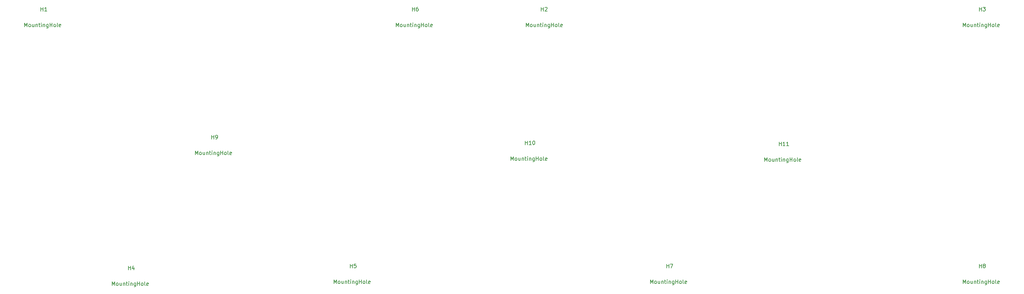
<source format=gbr>
G04 #@! TF.GenerationSoftware,KiCad,Pcbnew,(5.1.4)-1*
G04 #@! TF.CreationDate,2020-09-09T00:44:47+02:00*
G04 #@! TF.ProjectId,JCM800,4a434d38-3030-42e6-9b69-6361645f7063,0.2*
G04 #@! TF.SameCoordinates,Original*
G04 #@! TF.FileFunction,Other,Fab,Top*
%FSLAX46Y46*%
G04 Gerber Fmt 4.6, Leading zero omitted, Abs format (unit mm)*
G04 Created by KiCad (PCBNEW (5.1.4)-1) date 2020-09-09 00:44:47*
%MOMM*%
%LPD*%
G04 APERTURE LIST*
%ADD10C,0.150000*%
G04 APERTURE END LIST*
D10*
X185206285Y-130382380D02*
X185206285Y-129382380D01*
X185539619Y-130096666D01*
X185872952Y-129382380D01*
X185872952Y-130382380D01*
X186492000Y-130382380D02*
X186396761Y-130334761D01*
X186349142Y-130287142D01*
X186301523Y-130191904D01*
X186301523Y-129906190D01*
X186349142Y-129810952D01*
X186396761Y-129763333D01*
X186492000Y-129715714D01*
X186634857Y-129715714D01*
X186730095Y-129763333D01*
X186777714Y-129810952D01*
X186825333Y-129906190D01*
X186825333Y-130191904D01*
X186777714Y-130287142D01*
X186730095Y-130334761D01*
X186634857Y-130382380D01*
X186492000Y-130382380D01*
X187682476Y-129715714D02*
X187682476Y-130382380D01*
X187253904Y-129715714D02*
X187253904Y-130239523D01*
X187301523Y-130334761D01*
X187396761Y-130382380D01*
X187539619Y-130382380D01*
X187634857Y-130334761D01*
X187682476Y-130287142D01*
X188158666Y-129715714D02*
X188158666Y-130382380D01*
X188158666Y-129810952D02*
X188206285Y-129763333D01*
X188301523Y-129715714D01*
X188444380Y-129715714D01*
X188539619Y-129763333D01*
X188587238Y-129858571D01*
X188587238Y-130382380D01*
X188920571Y-129715714D02*
X189301523Y-129715714D01*
X189063428Y-129382380D02*
X189063428Y-130239523D01*
X189111047Y-130334761D01*
X189206285Y-130382380D01*
X189301523Y-130382380D01*
X189634857Y-130382380D02*
X189634857Y-129715714D01*
X189634857Y-129382380D02*
X189587238Y-129430000D01*
X189634857Y-129477619D01*
X189682476Y-129430000D01*
X189634857Y-129382380D01*
X189634857Y-129477619D01*
X190111047Y-129715714D02*
X190111047Y-130382380D01*
X190111047Y-129810952D02*
X190158666Y-129763333D01*
X190253904Y-129715714D01*
X190396761Y-129715714D01*
X190492000Y-129763333D01*
X190539619Y-129858571D01*
X190539619Y-130382380D01*
X191444380Y-129715714D02*
X191444380Y-130525238D01*
X191396761Y-130620476D01*
X191349142Y-130668095D01*
X191253904Y-130715714D01*
X191111047Y-130715714D01*
X191015809Y-130668095D01*
X191444380Y-130334761D02*
X191349142Y-130382380D01*
X191158666Y-130382380D01*
X191063428Y-130334761D01*
X191015809Y-130287142D01*
X190968190Y-130191904D01*
X190968190Y-129906190D01*
X191015809Y-129810952D01*
X191063428Y-129763333D01*
X191158666Y-129715714D01*
X191349142Y-129715714D01*
X191444380Y-129763333D01*
X191920571Y-130382380D02*
X191920571Y-129382380D01*
X191920571Y-129858571D02*
X192492000Y-129858571D01*
X192492000Y-130382380D02*
X192492000Y-129382380D01*
X193111047Y-130382380D02*
X193015809Y-130334761D01*
X192968190Y-130287142D01*
X192920571Y-130191904D01*
X192920571Y-129906190D01*
X192968190Y-129810952D01*
X193015809Y-129763333D01*
X193111047Y-129715714D01*
X193253904Y-129715714D01*
X193349142Y-129763333D01*
X193396761Y-129810952D01*
X193444380Y-129906190D01*
X193444380Y-130191904D01*
X193396761Y-130287142D01*
X193349142Y-130334761D01*
X193253904Y-130382380D01*
X193111047Y-130382380D01*
X194015809Y-130382380D02*
X193920571Y-130334761D01*
X193872952Y-130239523D01*
X193872952Y-129382380D01*
X194777714Y-130334761D02*
X194682476Y-130382380D01*
X194492000Y-130382380D01*
X194396761Y-130334761D01*
X194349142Y-130239523D01*
X194349142Y-129858571D01*
X194396761Y-129763333D01*
X194492000Y-129715714D01*
X194682476Y-129715714D01*
X194777714Y-129763333D01*
X194825333Y-129858571D01*
X194825333Y-129953809D01*
X194349142Y-130049047D01*
X189530095Y-126182380D02*
X189530095Y-125182380D01*
X189530095Y-125658571D02*
X190101523Y-125658571D01*
X190101523Y-126182380D02*
X190101523Y-125182380D01*
X190482476Y-125182380D02*
X191149142Y-125182380D01*
X190720571Y-126182380D01*
X117642285Y-62056380D02*
X117642285Y-61056380D01*
X117975619Y-61770666D01*
X118308952Y-61056380D01*
X118308952Y-62056380D01*
X118928000Y-62056380D02*
X118832761Y-62008761D01*
X118785142Y-61961142D01*
X118737523Y-61865904D01*
X118737523Y-61580190D01*
X118785142Y-61484952D01*
X118832761Y-61437333D01*
X118928000Y-61389714D01*
X119070857Y-61389714D01*
X119166095Y-61437333D01*
X119213714Y-61484952D01*
X119261333Y-61580190D01*
X119261333Y-61865904D01*
X119213714Y-61961142D01*
X119166095Y-62008761D01*
X119070857Y-62056380D01*
X118928000Y-62056380D01*
X120118476Y-61389714D02*
X120118476Y-62056380D01*
X119689904Y-61389714D02*
X119689904Y-61913523D01*
X119737523Y-62008761D01*
X119832761Y-62056380D01*
X119975619Y-62056380D01*
X120070857Y-62008761D01*
X120118476Y-61961142D01*
X120594666Y-61389714D02*
X120594666Y-62056380D01*
X120594666Y-61484952D02*
X120642285Y-61437333D01*
X120737523Y-61389714D01*
X120880380Y-61389714D01*
X120975619Y-61437333D01*
X121023238Y-61532571D01*
X121023238Y-62056380D01*
X121356571Y-61389714D02*
X121737523Y-61389714D01*
X121499428Y-61056380D02*
X121499428Y-61913523D01*
X121547047Y-62008761D01*
X121642285Y-62056380D01*
X121737523Y-62056380D01*
X122070857Y-62056380D02*
X122070857Y-61389714D01*
X122070857Y-61056380D02*
X122023238Y-61104000D01*
X122070857Y-61151619D01*
X122118476Y-61104000D01*
X122070857Y-61056380D01*
X122070857Y-61151619D01*
X122547047Y-61389714D02*
X122547047Y-62056380D01*
X122547047Y-61484952D02*
X122594666Y-61437333D01*
X122689904Y-61389714D01*
X122832761Y-61389714D01*
X122928000Y-61437333D01*
X122975619Y-61532571D01*
X122975619Y-62056380D01*
X123880380Y-61389714D02*
X123880380Y-62199238D01*
X123832761Y-62294476D01*
X123785142Y-62342095D01*
X123689904Y-62389714D01*
X123547047Y-62389714D01*
X123451809Y-62342095D01*
X123880380Y-62008761D02*
X123785142Y-62056380D01*
X123594666Y-62056380D01*
X123499428Y-62008761D01*
X123451809Y-61961142D01*
X123404190Y-61865904D01*
X123404190Y-61580190D01*
X123451809Y-61484952D01*
X123499428Y-61437333D01*
X123594666Y-61389714D01*
X123785142Y-61389714D01*
X123880380Y-61437333D01*
X124356571Y-62056380D02*
X124356571Y-61056380D01*
X124356571Y-61532571D02*
X124928000Y-61532571D01*
X124928000Y-62056380D02*
X124928000Y-61056380D01*
X125547047Y-62056380D02*
X125451809Y-62008761D01*
X125404190Y-61961142D01*
X125356571Y-61865904D01*
X125356571Y-61580190D01*
X125404190Y-61484952D01*
X125451809Y-61437333D01*
X125547047Y-61389714D01*
X125689904Y-61389714D01*
X125785142Y-61437333D01*
X125832761Y-61484952D01*
X125880380Y-61580190D01*
X125880380Y-61865904D01*
X125832761Y-61961142D01*
X125785142Y-62008761D01*
X125689904Y-62056380D01*
X125547047Y-62056380D01*
X126451809Y-62056380D02*
X126356571Y-62008761D01*
X126308952Y-61913523D01*
X126308952Y-61056380D01*
X127213714Y-62008761D02*
X127118476Y-62056380D01*
X126928000Y-62056380D01*
X126832761Y-62008761D01*
X126785142Y-61913523D01*
X126785142Y-61532571D01*
X126832761Y-61437333D01*
X126928000Y-61389714D01*
X127118476Y-61389714D01*
X127213714Y-61437333D01*
X127261333Y-61532571D01*
X127261333Y-61627809D01*
X126785142Y-61723047D01*
X121966095Y-57856380D02*
X121966095Y-56856380D01*
X121966095Y-57332571D02*
X122537523Y-57332571D01*
X122537523Y-57856380D02*
X122537523Y-56856380D01*
X123442285Y-56856380D02*
X123251809Y-56856380D01*
X123156571Y-56904000D01*
X123108952Y-56951619D01*
X123013714Y-57094476D01*
X122966095Y-57284952D01*
X122966095Y-57665904D01*
X123013714Y-57761142D01*
X123061333Y-57808761D01*
X123156571Y-57856380D01*
X123347047Y-57856380D01*
X123442285Y-57808761D01*
X123489904Y-57761142D01*
X123537523Y-57665904D01*
X123537523Y-57427809D01*
X123489904Y-57332571D01*
X123442285Y-57284952D01*
X123347047Y-57237333D01*
X123156571Y-57237333D01*
X123061333Y-57284952D01*
X123013714Y-57332571D01*
X122966095Y-57427809D01*
X101132285Y-130382380D02*
X101132285Y-129382380D01*
X101465619Y-130096666D01*
X101798952Y-129382380D01*
X101798952Y-130382380D01*
X102418000Y-130382380D02*
X102322761Y-130334761D01*
X102275142Y-130287142D01*
X102227523Y-130191904D01*
X102227523Y-129906190D01*
X102275142Y-129810952D01*
X102322761Y-129763333D01*
X102418000Y-129715714D01*
X102560857Y-129715714D01*
X102656095Y-129763333D01*
X102703714Y-129810952D01*
X102751333Y-129906190D01*
X102751333Y-130191904D01*
X102703714Y-130287142D01*
X102656095Y-130334761D01*
X102560857Y-130382380D01*
X102418000Y-130382380D01*
X103608476Y-129715714D02*
X103608476Y-130382380D01*
X103179904Y-129715714D02*
X103179904Y-130239523D01*
X103227523Y-130334761D01*
X103322761Y-130382380D01*
X103465619Y-130382380D01*
X103560857Y-130334761D01*
X103608476Y-130287142D01*
X104084666Y-129715714D02*
X104084666Y-130382380D01*
X104084666Y-129810952D02*
X104132285Y-129763333D01*
X104227523Y-129715714D01*
X104370380Y-129715714D01*
X104465619Y-129763333D01*
X104513238Y-129858571D01*
X104513238Y-130382380D01*
X104846571Y-129715714D02*
X105227523Y-129715714D01*
X104989428Y-129382380D02*
X104989428Y-130239523D01*
X105037047Y-130334761D01*
X105132285Y-130382380D01*
X105227523Y-130382380D01*
X105560857Y-130382380D02*
X105560857Y-129715714D01*
X105560857Y-129382380D02*
X105513238Y-129430000D01*
X105560857Y-129477619D01*
X105608476Y-129430000D01*
X105560857Y-129382380D01*
X105560857Y-129477619D01*
X106037047Y-129715714D02*
X106037047Y-130382380D01*
X106037047Y-129810952D02*
X106084666Y-129763333D01*
X106179904Y-129715714D01*
X106322761Y-129715714D01*
X106418000Y-129763333D01*
X106465619Y-129858571D01*
X106465619Y-130382380D01*
X107370380Y-129715714D02*
X107370380Y-130525238D01*
X107322761Y-130620476D01*
X107275142Y-130668095D01*
X107179904Y-130715714D01*
X107037047Y-130715714D01*
X106941809Y-130668095D01*
X107370380Y-130334761D02*
X107275142Y-130382380D01*
X107084666Y-130382380D01*
X106989428Y-130334761D01*
X106941809Y-130287142D01*
X106894190Y-130191904D01*
X106894190Y-129906190D01*
X106941809Y-129810952D01*
X106989428Y-129763333D01*
X107084666Y-129715714D01*
X107275142Y-129715714D01*
X107370380Y-129763333D01*
X107846571Y-130382380D02*
X107846571Y-129382380D01*
X107846571Y-129858571D02*
X108418000Y-129858571D01*
X108418000Y-130382380D02*
X108418000Y-129382380D01*
X109037047Y-130382380D02*
X108941809Y-130334761D01*
X108894190Y-130287142D01*
X108846571Y-130191904D01*
X108846571Y-129906190D01*
X108894190Y-129810952D01*
X108941809Y-129763333D01*
X109037047Y-129715714D01*
X109179904Y-129715714D01*
X109275142Y-129763333D01*
X109322761Y-129810952D01*
X109370380Y-129906190D01*
X109370380Y-130191904D01*
X109322761Y-130287142D01*
X109275142Y-130334761D01*
X109179904Y-130382380D01*
X109037047Y-130382380D01*
X109941809Y-130382380D02*
X109846571Y-130334761D01*
X109798952Y-130239523D01*
X109798952Y-129382380D01*
X110703714Y-130334761D02*
X110608476Y-130382380D01*
X110418000Y-130382380D01*
X110322761Y-130334761D01*
X110275142Y-130239523D01*
X110275142Y-129858571D01*
X110322761Y-129763333D01*
X110418000Y-129715714D01*
X110608476Y-129715714D01*
X110703714Y-129763333D01*
X110751333Y-129858571D01*
X110751333Y-129953809D01*
X110275142Y-130049047D01*
X105456095Y-126182380D02*
X105456095Y-125182380D01*
X105456095Y-125658571D02*
X106027523Y-125658571D01*
X106027523Y-126182380D02*
X106027523Y-125182380D01*
X106979904Y-125182380D02*
X106503714Y-125182380D01*
X106456095Y-125658571D01*
X106503714Y-125610952D01*
X106598952Y-125563333D01*
X106837047Y-125563333D01*
X106932285Y-125610952D01*
X106979904Y-125658571D01*
X107027523Y-125753809D01*
X107027523Y-125991904D01*
X106979904Y-126087142D01*
X106932285Y-126134761D01*
X106837047Y-126182380D01*
X106598952Y-126182380D01*
X106503714Y-126134761D01*
X106456095Y-126087142D01*
X42204285Y-130890380D02*
X42204285Y-129890380D01*
X42537619Y-130604666D01*
X42870952Y-129890380D01*
X42870952Y-130890380D01*
X43490000Y-130890380D02*
X43394761Y-130842761D01*
X43347142Y-130795142D01*
X43299523Y-130699904D01*
X43299523Y-130414190D01*
X43347142Y-130318952D01*
X43394761Y-130271333D01*
X43490000Y-130223714D01*
X43632857Y-130223714D01*
X43728095Y-130271333D01*
X43775714Y-130318952D01*
X43823333Y-130414190D01*
X43823333Y-130699904D01*
X43775714Y-130795142D01*
X43728095Y-130842761D01*
X43632857Y-130890380D01*
X43490000Y-130890380D01*
X44680476Y-130223714D02*
X44680476Y-130890380D01*
X44251904Y-130223714D02*
X44251904Y-130747523D01*
X44299523Y-130842761D01*
X44394761Y-130890380D01*
X44537619Y-130890380D01*
X44632857Y-130842761D01*
X44680476Y-130795142D01*
X45156666Y-130223714D02*
X45156666Y-130890380D01*
X45156666Y-130318952D02*
X45204285Y-130271333D01*
X45299523Y-130223714D01*
X45442380Y-130223714D01*
X45537619Y-130271333D01*
X45585238Y-130366571D01*
X45585238Y-130890380D01*
X45918571Y-130223714D02*
X46299523Y-130223714D01*
X46061428Y-129890380D02*
X46061428Y-130747523D01*
X46109047Y-130842761D01*
X46204285Y-130890380D01*
X46299523Y-130890380D01*
X46632857Y-130890380D02*
X46632857Y-130223714D01*
X46632857Y-129890380D02*
X46585238Y-129938000D01*
X46632857Y-129985619D01*
X46680476Y-129938000D01*
X46632857Y-129890380D01*
X46632857Y-129985619D01*
X47109047Y-130223714D02*
X47109047Y-130890380D01*
X47109047Y-130318952D02*
X47156666Y-130271333D01*
X47251904Y-130223714D01*
X47394761Y-130223714D01*
X47490000Y-130271333D01*
X47537619Y-130366571D01*
X47537619Y-130890380D01*
X48442380Y-130223714D02*
X48442380Y-131033238D01*
X48394761Y-131128476D01*
X48347142Y-131176095D01*
X48251904Y-131223714D01*
X48109047Y-131223714D01*
X48013809Y-131176095D01*
X48442380Y-130842761D02*
X48347142Y-130890380D01*
X48156666Y-130890380D01*
X48061428Y-130842761D01*
X48013809Y-130795142D01*
X47966190Y-130699904D01*
X47966190Y-130414190D01*
X48013809Y-130318952D01*
X48061428Y-130271333D01*
X48156666Y-130223714D01*
X48347142Y-130223714D01*
X48442380Y-130271333D01*
X48918571Y-130890380D02*
X48918571Y-129890380D01*
X48918571Y-130366571D02*
X49490000Y-130366571D01*
X49490000Y-130890380D02*
X49490000Y-129890380D01*
X50109047Y-130890380D02*
X50013809Y-130842761D01*
X49966190Y-130795142D01*
X49918571Y-130699904D01*
X49918571Y-130414190D01*
X49966190Y-130318952D01*
X50013809Y-130271333D01*
X50109047Y-130223714D01*
X50251904Y-130223714D01*
X50347142Y-130271333D01*
X50394761Y-130318952D01*
X50442380Y-130414190D01*
X50442380Y-130699904D01*
X50394761Y-130795142D01*
X50347142Y-130842761D01*
X50251904Y-130890380D01*
X50109047Y-130890380D01*
X51013809Y-130890380D02*
X50918571Y-130842761D01*
X50870952Y-130747523D01*
X50870952Y-129890380D01*
X51775714Y-130842761D02*
X51680476Y-130890380D01*
X51490000Y-130890380D01*
X51394761Y-130842761D01*
X51347142Y-130747523D01*
X51347142Y-130366571D01*
X51394761Y-130271333D01*
X51490000Y-130223714D01*
X51680476Y-130223714D01*
X51775714Y-130271333D01*
X51823333Y-130366571D01*
X51823333Y-130461809D01*
X51347142Y-130557047D01*
X46528095Y-126690380D02*
X46528095Y-125690380D01*
X46528095Y-126166571D02*
X47099523Y-126166571D01*
X47099523Y-126690380D02*
X47099523Y-125690380D01*
X48004285Y-126023714D02*
X48004285Y-126690380D01*
X47766190Y-125642761D02*
X47528095Y-126357047D01*
X48147142Y-126357047D01*
X268264285Y-62056380D02*
X268264285Y-61056380D01*
X268597619Y-61770666D01*
X268930952Y-61056380D01*
X268930952Y-62056380D01*
X269550000Y-62056380D02*
X269454761Y-62008761D01*
X269407142Y-61961142D01*
X269359523Y-61865904D01*
X269359523Y-61580190D01*
X269407142Y-61484952D01*
X269454761Y-61437333D01*
X269550000Y-61389714D01*
X269692857Y-61389714D01*
X269788095Y-61437333D01*
X269835714Y-61484952D01*
X269883333Y-61580190D01*
X269883333Y-61865904D01*
X269835714Y-61961142D01*
X269788095Y-62008761D01*
X269692857Y-62056380D01*
X269550000Y-62056380D01*
X270740476Y-61389714D02*
X270740476Y-62056380D01*
X270311904Y-61389714D02*
X270311904Y-61913523D01*
X270359523Y-62008761D01*
X270454761Y-62056380D01*
X270597619Y-62056380D01*
X270692857Y-62008761D01*
X270740476Y-61961142D01*
X271216666Y-61389714D02*
X271216666Y-62056380D01*
X271216666Y-61484952D02*
X271264285Y-61437333D01*
X271359523Y-61389714D01*
X271502380Y-61389714D01*
X271597619Y-61437333D01*
X271645238Y-61532571D01*
X271645238Y-62056380D01*
X271978571Y-61389714D02*
X272359523Y-61389714D01*
X272121428Y-61056380D02*
X272121428Y-61913523D01*
X272169047Y-62008761D01*
X272264285Y-62056380D01*
X272359523Y-62056380D01*
X272692857Y-62056380D02*
X272692857Y-61389714D01*
X272692857Y-61056380D02*
X272645238Y-61104000D01*
X272692857Y-61151619D01*
X272740476Y-61104000D01*
X272692857Y-61056380D01*
X272692857Y-61151619D01*
X273169047Y-61389714D02*
X273169047Y-62056380D01*
X273169047Y-61484952D02*
X273216666Y-61437333D01*
X273311904Y-61389714D01*
X273454761Y-61389714D01*
X273550000Y-61437333D01*
X273597619Y-61532571D01*
X273597619Y-62056380D01*
X274502380Y-61389714D02*
X274502380Y-62199238D01*
X274454761Y-62294476D01*
X274407142Y-62342095D01*
X274311904Y-62389714D01*
X274169047Y-62389714D01*
X274073809Y-62342095D01*
X274502380Y-62008761D02*
X274407142Y-62056380D01*
X274216666Y-62056380D01*
X274121428Y-62008761D01*
X274073809Y-61961142D01*
X274026190Y-61865904D01*
X274026190Y-61580190D01*
X274073809Y-61484952D01*
X274121428Y-61437333D01*
X274216666Y-61389714D01*
X274407142Y-61389714D01*
X274502380Y-61437333D01*
X274978571Y-62056380D02*
X274978571Y-61056380D01*
X274978571Y-61532571D02*
X275550000Y-61532571D01*
X275550000Y-62056380D02*
X275550000Y-61056380D01*
X276169047Y-62056380D02*
X276073809Y-62008761D01*
X276026190Y-61961142D01*
X275978571Y-61865904D01*
X275978571Y-61580190D01*
X276026190Y-61484952D01*
X276073809Y-61437333D01*
X276169047Y-61389714D01*
X276311904Y-61389714D01*
X276407142Y-61437333D01*
X276454761Y-61484952D01*
X276502380Y-61580190D01*
X276502380Y-61865904D01*
X276454761Y-61961142D01*
X276407142Y-62008761D01*
X276311904Y-62056380D01*
X276169047Y-62056380D01*
X277073809Y-62056380D02*
X276978571Y-62008761D01*
X276930952Y-61913523D01*
X276930952Y-61056380D01*
X277835714Y-62008761D02*
X277740476Y-62056380D01*
X277550000Y-62056380D01*
X277454761Y-62008761D01*
X277407142Y-61913523D01*
X277407142Y-61532571D01*
X277454761Y-61437333D01*
X277550000Y-61389714D01*
X277740476Y-61389714D01*
X277835714Y-61437333D01*
X277883333Y-61532571D01*
X277883333Y-61627809D01*
X277407142Y-61723047D01*
X272588095Y-57856380D02*
X272588095Y-56856380D01*
X272588095Y-57332571D02*
X273159523Y-57332571D01*
X273159523Y-57856380D02*
X273159523Y-56856380D01*
X273540476Y-56856380D02*
X274159523Y-56856380D01*
X273826190Y-57237333D01*
X273969047Y-57237333D01*
X274064285Y-57284952D01*
X274111904Y-57332571D01*
X274159523Y-57427809D01*
X274159523Y-57665904D01*
X274111904Y-57761142D01*
X274064285Y-57808761D01*
X273969047Y-57856380D01*
X273683333Y-57856380D01*
X273588095Y-57808761D01*
X273540476Y-57761142D01*
X152186285Y-62056380D02*
X152186285Y-61056380D01*
X152519619Y-61770666D01*
X152852952Y-61056380D01*
X152852952Y-62056380D01*
X153472000Y-62056380D02*
X153376761Y-62008761D01*
X153329142Y-61961142D01*
X153281523Y-61865904D01*
X153281523Y-61580190D01*
X153329142Y-61484952D01*
X153376761Y-61437333D01*
X153472000Y-61389714D01*
X153614857Y-61389714D01*
X153710095Y-61437333D01*
X153757714Y-61484952D01*
X153805333Y-61580190D01*
X153805333Y-61865904D01*
X153757714Y-61961142D01*
X153710095Y-62008761D01*
X153614857Y-62056380D01*
X153472000Y-62056380D01*
X154662476Y-61389714D02*
X154662476Y-62056380D01*
X154233904Y-61389714D02*
X154233904Y-61913523D01*
X154281523Y-62008761D01*
X154376761Y-62056380D01*
X154519619Y-62056380D01*
X154614857Y-62008761D01*
X154662476Y-61961142D01*
X155138666Y-61389714D02*
X155138666Y-62056380D01*
X155138666Y-61484952D02*
X155186285Y-61437333D01*
X155281523Y-61389714D01*
X155424380Y-61389714D01*
X155519619Y-61437333D01*
X155567238Y-61532571D01*
X155567238Y-62056380D01*
X155900571Y-61389714D02*
X156281523Y-61389714D01*
X156043428Y-61056380D02*
X156043428Y-61913523D01*
X156091047Y-62008761D01*
X156186285Y-62056380D01*
X156281523Y-62056380D01*
X156614857Y-62056380D02*
X156614857Y-61389714D01*
X156614857Y-61056380D02*
X156567238Y-61104000D01*
X156614857Y-61151619D01*
X156662476Y-61104000D01*
X156614857Y-61056380D01*
X156614857Y-61151619D01*
X157091047Y-61389714D02*
X157091047Y-62056380D01*
X157091047Y-61484952D02*
X157138666Y-61437333D01*
X157233904Y-61389714D01*
X157376761Y-61389714D01*
X157472000Y-61437333D01*
X157519619Y-61532571D01*
X157519619Y-62056380D01*
X158424380Y-61389714D02*
X158424380Y-62199238D01*
X158376761Y-62294476D01*
X158329142Y-62342095D01*
X158233904Y-62389714D01*
X158091047Y-62389714D01*
X157995809Y-62342095D01*
X158424380Y-62008761D02*
X158329142Y-62056380D01*
X158138666Y-62056380D01*
X158043428Y-62008761D01*
X157995809Y-61961142D01*
X157948190Y-61865904D01*
X157948190Y-61580190D01*
X157995809Y-61484952D01*
X158043428Y-61437333D01*
X158138666Y-61389714D01*
X158329142Y-61389714D01*
X158424380Y-61437333D01*
X158900571Y-62056380D02*
X158900571Y-61056380D01*
X158900571Y-61532571D02*
X159472000Y-61532571D01*
X159472000Y-62056380D02*
X159472000Y-61056380D01*
X160091047Y-62056380D02*
X159995809Y-62008761D01*
X159948190Y-61961142D01*
X159900571Y-61865904D01*
X159900571Y-61580190D01*
X159948190Y-61484952D01*
X159995809Y-61437333D01*
X160091047Y-61389714D01*
X160233904Y-61389714D01*
X160329142Y-61437333D01*
X160376761Y-61484952D01*
X160424380Y-61580190D01*
X160424380Y-61865904D01*
X160376761Y-61961142D01*
X160329142Y-62008761D01*
X160233904Y-62056380D01*
X160091047Y-62056380D01*
X160995809Y-62056380D02*
X160900571Y-62008761D01*
X160852952Y-61913523D01*
X160852952Y-61056380D01*
X161757714Y-62008761D02*
X161662476Y-62056380D01*
X161472000Y-62056380D01*
X161376761Y-62008761D01*
X161329142Y-61913523D01*
X161329142Y-61532571D01*
X161376761Y-61437333D01*
X161472000Y-61389714D01*
X161662476Y-61389714D01*
X161757714Y-61437333D01*
X161805333Y-61532571D01*
X161805333Y-61627809D01*
X161329142Y-61723047D01*
X156210095Y-57856380D02*
X156210095Y-56856380D01*
X156210095Y-57332571D02*
X156781523Y-57332571D01*
X156781523Y-57856380D02*
X156781523Y-56856380D01*
X157210095Y-56951619D02*
X157257714Y-56904000D01*
X157352952Y-56856380D01*
X157591047Y-56856380D01*
X157686285Y-56904000D01*
X157733904Y-56951619D01*
X157781523Y-57046857D01*
X157781523Y-57142095D01*
X157733904Y-57284952D01*
X157162476Y-57856380D01*
X157781523Y-57856380D01*
X18963285Y-62056380D02*
X18963285Y-61056380D01*
X19296619Y-61770666D01*
X19629952Y-61056380D01*
X19629952Y-62056380D01*
X20249000Y-62056380D02*
X20153761Y-62008761D01*
X20106142Y-61961142D01*
X20058523Y-61865904D01*
X20058523Y-61580190D01*
X20106142Y-61484952D01*
X20153761Y-61437333D01*
X20249000Y-61389714D01*
X20391857Y-61389714D01*
X20487095Y-61437333D01*
X20534714Y-61484952D01*
X20582333Y-61580190D01*
X20582333Y-61865904D01*
X20534714Y-61961142D01*
X20487095Y-62008761D01*
X20391857Y-62056380D01*
X20249000Y-62056380D01*
X21439476Y-61389714D02*
X21439476Y-62056380D01*
X21010904Y-61389714D02*
X21010904Y-61913523D01*
X21058523Y-62008761D01*
X21153761Y-62056380D01*
X21296619Y-62056380D01*
X21391857Y-62008761D01*
X21439476Y-61961142D01*
X21915666Y-61389714D02*
X21915666Y-62056380D01*
X21915666Y-61484952D02*
X21963285Y-61437333D01*
X22058523Y-61389714D01*
X22201380Y-61389714D01*
X22296619Y-61437333D01*
X22344238Y-61532571D01*
X22344238Y-62056380D01*
X22677571Y-61389714D02*
X23058523Y-61389714D01*
X22820428Y-61056380D02*
X22820428Y-61913523D01*
X22868047Y-62008761D01*
X22963285Y-62056380D01*
X23058523Y-62056380D01*
X23391857Y-62056380D02*
X23391857Y-61389714D01*
X23391857Y-61056380D02*
X23344238Y-61104000D01*
X23391857Y-61151619D01*
X23439476Y-61104000D01*
X23391857Y-61056380D01*
X23391857Y-61151619D01*
X23868047Y-61389714D02*
X23868047Y-62056380D01*
X23868047Y-61484952D02*
X23915666Y-61437333D01*
X24010904Y-61389714D01*
X24153761Y-61389714D01*
X24249000Y-61437333D01*
X24296619Y-61532571D01*
X24296619Y-62056380D01*
X25201380Y-61389714D02*
X25201380Y-62199238D01*
X25153761Y-62294476D01*
X25106142Y-62342095D01*
X25010904Y-62389714D01*
X24868047Y-62389714D01*
X24772809Y-62342095D01*
X25201380Y-62008761D02*
X25106142Y-62056380D01*
X24915666Y-62056380D01*
X24820428Y-62008761D01*
X24772809Y-61961142D01*
X24725190Y-61865904D01*
X24725190Y-61580190D01*
X24772809Y-61484952D01*
X24820428Y-61437333D01*
X24915666Y-61389714D01*
X25106142Y-61389714D01*
X25201380Y-61437333D01*
X25677571Y-62056380D02*
X25677571Y-61056380D01*
X25677571Y-61532571D02*
X26249000Y-61532571D01*
X26249000Y-62056380D02*
X26249000Y-61056380D01*
X26868047Y-62056380D02*
X26772809Y-62008761D01*
X26725190Y-61961142D01*
X26677571Y-61865904D01*
X26677571Y-61580190D01*
X26725190Y-61484952D01*
X26772809Y-61437333D01*
X26868047Y-61389714D01*
X27010904Y-61389714D01*
X27106142Y-61437333D01*
X27153761Y-61484952D01*
X27201380Y-61580190D01*
X27201380Y-61865904D01*
X27153761Y-61961142D01*
X27106142Y-62008761D01*
X27010904Y-62056380D01*
X26868047Y-62056380D01*
X27772809Y-62056380D02*
X27677571Y-62008761D01*
X27629952Y-61913523D01*
X27629952Y-61056380D01*
X28534714Y-62008761D02*
X28439476Y-62056380D01*
X28249000Y-62056380D01*
X28153761Y-62008761D01*
X28106142Y-61913523D01*
X28106142Y-61532571D01*
X28153761Y-61437333D01*
X28249000Y-61389714D01*
X28439476Y-61389714D01*
X28534714Y-61437333D01*
X28582333Y-61532571D01*
X28582333Y-61627809D01*
X28106142Y-61723047D01*
X23287095Y-57856380D02*
X23287095Y-56856380D01*
X23287095Y-57332571D02*
X23858523Y-57332571D01*
X23858523Y-57856380D02*
X23858523Y-56856380D01*
X24858523Y-57856380D02*
X24287095Y-57856380D01*
X24572809Y-57856380D02*
X24572809Y-56856380D01*
X24477571Y-56999238D01*
X24382333Y-57094476D01*
X24287095Y-57142095D01*
X268264285Y-130382380D02*
X268264285Y-129382380D01*
X268597619Y-130096666D01*
X268930952Y-129382380D01*
X268930952Y-130382380D01*
X269550000Y-130382380D02*
X269454761Y-130334761D01*
X269407142Y-130287142D01*
X269359523Y-130191904D01*
X269359523Y-129906190D01*
X269407142Y-129810952D01*
X269454761Y-129763333D01*
X269550000Y-129715714D01*
X269692857Y-129715714D01*
X269788095Y-129763333D01*
X269835714Y-129810952D01*
X269883333Y-129906190D01*
X269883333Y-130191904D01*
X269835714Y-130287142D01*
X269788095Y-130334761D01*
X269692857Y-130382380D01*
X269550000Y-130382380D01*
X270740476Y-129715714D02*
X270740476Y-130382380D01*
X270311904Y-129715714D02*
X270311904Y-130239523D01*
X270359523Y-130334761D01*
X270454761Y-130382380D01*
X270597619Y-130382380D01*
X270692857Y-130334761D01*
X270740476Y-130287142D01*
X271216666Y-129715714D02*
X271216666Y-130382380D01*
X271216666Y-129810952D02*
X271264285Y-129763333D01*
X271359523Y-129715714D01*
X271502380Y-129715714D01*
X271597619Y-129763333D01*
X271645238Y-129858571D01*
X271645238Y-130382380D01*
X271978571Y-129715714D02*
X272359523Y-129715714D01*
X272121428Y-129382380D02*
X272121428Y-130239523D01*
X272169047Y-130334761D01*
X272264285Y-130382380D01*
X272359523Y-130382380D01*
X272692857Y-130382380D02*
X272692857Y-129715714D01*
X272692857Y-129382380D02*
X272645238Y-129430000D01*
X272692857Y-129477619D01*
X272740476Y-129430000D01*
X272692857Y-129382380D01*
X272692857Y-129477619D01*
X273169047Y-129715714D02*
X273169047Y-130382380D01*
X273169047Y-129810952D02*
X273216666Y-129763333D01*
X273311904Y-129715714D01*
X273454761Y-129715714D01*
X273550000Y-129763333D01*
X273597619Y-129858571D01*
X273597619Y-130382380D01*
X274502380Y-129715714D02*
X274502380Y-130525238D01*
X274454761Y-130620476D01*
X274407142Y-130668095D01*
X274311904Y-130715714D01*
X274169047Y-130715714D01*
X274073809Y-130668095D01*
X274502380Y-130334761D02*
X274407142Y-130382380D01*
X274216666Y-130382380D01*
X274121428Y-130334761D01*
X274073809Y-130287142D01*
X274026190Y-130191904D01*
X274026190Y-129906190D01*
X274073809Y-129810952D01*
X274121428Y-129763333D01*
X274216666Y-129715714D01*
X274407142Y-129715714D01*
X274502380Y-129763333D01*
X274978571Y-130382380D02*
X274978571Y-129382380D01*
X274978571Y-129858571D02*
X275550000Y-129858571D01*
X275550000Y-130382380D02*
X275550000Y-129382380D01*
X276169047Y-130382380D02*
X276073809Y-130334761D01*
X276026190Y-130287142D01*
X275978571Y-130191904D01*
X275978571Y-129906190D01*
X276026190Y-129810952D01*
X276073809Y-129763333D01*
X276169047Y-129715714D01*
X276311904Y-129715714D01*
X276407142Y-129763333D01*
X276454761Y-129810952D01*
X276502380Y-129906190D01*
X276502380Y-130191904D01*
X276454761Y-130287142D01*
X276407142Y-130334761D01*
X276311904Y-130382380D01*
X276169047Y-130382380D01*
X277073809Y-130382380D02*
X276978571Y-130334761D01*
X276930952Y-130239523D01*
X276930952Y-129382380D01*
X277835714Y-130334761D02*
X277740476Y-130382380D01*
X277550000Y-130382380D01*
X277454761Y-130334761D01*
X277407142Y-130239523D01*
X277407142Y-129858571D01*
X277454761Y-129763333D01*
X277550000Y-129715714D01*
X277740476Y-129715714D01*
X277835714Y-129763333D01*
X277883333Y-129858571D01*
X277883333Y-129953809D01*
X277407142Y-130049047D01*
X272588095Y-126182380D02*
X272588095Y-125182380D01*
X272588095Y-125658571D02*
X273159523Y-125658571D01*
X273159523Y-126182380D02*
X273159523Y-125182380D01*
X273778571Y-125610952D02*
X273683333Y-125563333D01*
X273635714Y-125515714D01*
X273588095Y-125420476D01*
X273588095Y-125372857D01*
X273635714Y-125277619D01*
X273683333Y-125230000D01*
X273778571Y-125182380D01*
X273969047Y-125182380D01*
X274064285Y-125230000D01*
X274111904Y-125277619D01*
X274159523Y-125372857D01*
X274159523Y-125420476D01*
X274111904Y-125515714D01*
X274064285Y-125563333D01*
X273969047Y-125610952D01*
X273778571Y-125610952D01*
X273683333Y-125658571D01*
X273635714Y-125706190D01*
X273588095Y-125801428D01*
X273588095Y-125991904D01*
X273635714Y-126087142D01*
X273683333Y-126134761D01*
X273778571Y-126182380D01*
X273969047Y-126182380D01*
X274064285Y-126134761D01*
X274111904Y-126087142D01*
X274159523Y-125991904D01*
X274159523Y-125801428D01*
X274111904Y-125706190D01*
X274064285Y-125658571D01*
X273969047Y-125610952D01*
X64302285Y-96092380D02*
X64302285Y-95092380D01*
X64635619Y-95806666D01*
X64968952Y-95092380D01*
X64968952Y-96092380D01*
X65588000Y-96092380D02*
X65492761Y-96044761D01*
X65445142Y-95997142D01*
X65397523Y-95901904D01*
X65397523Y-95616190D01*
X65445142Y-95520952D01*
X65492761Y-95473333D01*
X65588000Y-95425714D01*
X65730857Y-95425714D01*
X65826095Y-95473333D01*
X65873714Y-95520952D01*
X65921333Y-95616190D01*
X65921333Y-95901904D01*
X65873714Y-95997142D01*
X65826095Y-96044761D01*
X65730857Y-96092380D01*
X65588000Y-96092380D01*
X66778476Y-95425714D02*
X66778476Y-96092380D01*
X66349904Y-95425714D02*
X66349904Y-95949523D01*
X66397523Y-96044761D01*
X66492761Y-96092380D01*
X66635619Y-96092380D01*
X66730857Y-96044761D01*
X66778476Y-95997142D01*
X67254666Y-95425714D02*
X67254666Y-96092380D01*
X67254666Y-95520952D02*
X67302285Y-95473333D01*
X67397523Y-95425714D01*
X67540380Y-95425714D01*
X67635619Y-95473333D01*
X67683238Y-95568571D01*
X67683238Y-96092380D01*
X68016571Y-95425714D02*
X68397523Y-95425714D01*
X68159428Y-95092380D02*
X68159428Y-95949523D01*
X68207047Y-96044761D01*
X68302285Y-96092380D01*
X68397523Y-96092380D01*
X68730857Y-96092380D02*
X68730857Y-95425714D01*
X68730857Y-95092380D02*
X68683238Y-95140000D01*
X68730857Y-95187619D01*
X68778476Y-95140000D01*
X68730857Y-95092380D01*
X68730857Y-95187619D01*
X69207047Y-95425714D02*
X69207047Y-96092380D01*
X69207047Y-95520952D02*
X69254666Y-95473333D01*
X69349904Y-95425714D01*
X69492761Y-95425714D01*
X69588000Y-95473333D01*
X69635619Y-95568571D01*
X69635619Y-96092380D01*
X70540380Y-95425714D02*
X70540380Y-96235238D01*
X70492761Y-96330476D01*
X70445142Y-96378095D01*
X70349904Y-96425714D01*
X70207047Y-96425714D01*
X70111809Y-96378095D01*
X70540380Y-96044761D02*
X70445142Y-96092380D01*
X70254666Y-96092380D01*
X70159428Y-96044761D01*
X70111809Y-95997142D01*
X70064190Y-95901904D01*
X70064190Y-95616190D01*
X70111809Y-95520952D01*
X70159428Y-95473333D01*
X70254666Y-95425714D01*
X70445142Y-95425714D01*
X70540380Y-95473333D01*
X71016571Y-96092380D02*
X71016571Y-95092380D01*
X71016571Y-95568571D02*
X71588000Y-95568571D01*
X71588000Y-96092380D02*
X71588000Y-95092380D01*
X72207047Y-96092380D02*
X72111809Y-96044761D01*
X72064190Y-95997142D01*
X72016571Y-95901904D01*
X72016571Y-95616190D01*
X72064190Y-95520952D01*
X72111809Y-95473333D01*
X72207047Y-95425714D01*
X72349904Y-95425714D01*
X72445142Y-95473333D01*
X72492761Y-95520952D01*
X72540380Y-95616190D01*
X72540380Y-95901904D01*
X72492761Y-95997142D01*
X72445142Y-96044761D01*
X72349904Y-96092380D01*
X72207047Y-96092380D01*
X73111809Y-96092380D02*
X73016571Y-96044761D01*
X72968952Y-95949523D01*
X72968952Y-95092380D01*
X73873714Y-96044761D02*
X73778476Y-96092380D01*
X73588000Y-96092380D01*
X73492761Y-96044761D01*
X73445142Y-95949523D01*
X73445142Y-95568571D01*
X73492761Y-95473333D01*
X73588000Y-95425714D01*
X73778476Y-95425714D01*
X73873714Y-95473333D01*
X73921333Y-95568571D01*
X73921333Y-95663809D01*
X73445142Y-95759047D01*
X68626095Y-91892380D02*
X68626095Y-90892380D01*
X68626095Y-91368571D02*
X69197523Y-91368571D01*
X69197523Y-91892380D02*
X69197523Y-90892380D01*
X69721333Y-91892380D02*
X69911809Y-91892380D01*
X70007047Y-91844761D01*
X70054666Y-91797142D01*
X70149904Y-91654285D01*
X70197523Y-91463809D01*
X70197523Y-91082857D01*
X70149904Y-90987619D01*
X70102285Y-90940000D01*
X70007047Y-90892380D01*
X69816571Y-90892380D01*
X69721333Y-90940000D01*
X69673714Y-90987619D01*
X69626095Y-91082857D01*
X69626095Y-91320952D01*
X69673714Y-91416190D01*
X69721333Y-91463809D01*
X69816571Y-91511428D01*
X70007047Y-91511428D01*
X70102285Y-91463809D01*
X70149904Y-91416190D01*
X70197523Y-91320952D01*
X148122285Y-97616380D02*
X148122285Y-96616380D01*
X148455619Y-97330666D01*
X148788952Y-96616380D01*
X148788952Y-97616380D01*
X149408000Y-97616380D02*
X149312761Y-97568761D01*
X149265142Y-97521142D01*
X149217523Y-97425904D01*
X149217523Y-97140190D01*
X149265142Y-97044952D01*
X149312761Y-96997333D01*
X149408000Y-96949714D01*
X149550857Y-96949714D01*
X149646095Y-96997333D01*
X149693714Y-97044952D01*
X149741333Y-97140190D01*
X149741333Y-97425904D01*
X149693714Y-97521142D01*
X149646095Y-97568761D01*
X149550857Y-97616380D01*
X149408000Y-97616380D01*
X150598476Y-96949714D02*
X150598476Y-97616380D01*
X150169904Y-96949714D02*
X150169904Y-97473523D01*
X150217523Y-97568761D01*
X150312761Y-97616380D01*
X150455619Y-97616380D01*
X150550857Y-97568761D01*
X150598476Y-97521142D01*
X151074666Y-96949714D02*
X151074666Y-97616380D01*
X151074666Y-97044952D02*
X151122285Y-96997333D01*
X151217523Y-96949714D01*
X151360380Y-96949714D01*
X151455619Y-96997333D01*
X151503238Y-97092571D01*
X151503238Y-97616380D01*
X151836571Y-96949714D02*
X152217523Y-96949714D01*
X151979428Y-96616380D02*
X151979428Y-97473523D01*
X152027047Y-97568761D01*
X152122285Y-97616380D01*
X152217523Y-97616380D01*
X152550857Y-97616380D02*
X152550857Y-96949714D01*
X152550857Y-96616380D02*
X152503238Y-96664000D01*
X152550857Y-96711619D01*
X152598476Y-96664000D01*
X152550857Y-96616380D01*
X152550857Y-96711619D01*
X153027047Y-96949714D02*
X153027047Y-97616380D01*
X153027047Y-97044952D02*
X153074666Y-96997333D01*
X153169904Y-96949714D01*
X153312761Y-96949714D01*
X153408000Y-96997333D01*
X153455619Y-97092571D01*
X153455619Y-97616380D01*
X154360380Y-96949714D02*
X154360380Y-97759238D01*
X154312761Y-97854476D01*
X154265142Y-97902095D01*
X154169904Y-97949714D01*
X154027047Y-97949714D01*
X153931809Y-97902095D01*
X154360380Y-97568761D02*
X154265142Y-97616380D01*
X154074666Y-97616380D01*
X153979428Y-97568761D01*
X153931809Y-97521142D01*
X153884190Y-97425904D01*
X153884190Y-97140190D01*
X153931809Y-97044952D01*
X153979428Y-96997333D01*
X154074666Y-96949714D01*
X154265142Y-96949714D01*
X154360380Y-96997333D01*
X154836571Y-97616380D02*
X154836571Y-96616380D01*
X154836571Y-97092571D02*
X155408000Y-97092571D01*
X155408000Y-97616380D02*
X155408000Y-96616380D01*
X156027047Y-97616380D02*
X155931809Y-97568761D01*
X155884190Y-97521142D01*
X155836571Y-97425904D01*
X155836571Y-97140190D01*
X155884190Y-97044952D01*
X155931809Y-96997333D01*
X156027047Y-96949714D01*
X156169904Y-96949714D01*
X156265142Y-96997333D01*
X156312761Y-97044952D01*
X156360380Y-97140190D01*
X156360380Y-97425904D01*
X156312761Y-97521142D01*
X156265142Y-97568761D01*
X156169904Y-97616380D01*
X156027047Y-97616380D01*
X156931809Y-97616380D02*
X156836571Y-97568761D01*
X156788952Y-97473523D01*
X156788952Y-96616380D01*
X157693714Y-97568761D02*
X157598476Y-97616380D01*
X157408000Y-97616380D01*
X157312761Y-97568761D01*
X157265142Y-97473523D01*
X157265142Y-97092571D01*
X157312761Y-96997333D01*
X157408000Y-96949714D01*
X157598476Y-96949714D01*
X157693714Y-96997333D01*
X157741333Y-97092571D01*
X157741333Y-97187809D01*
X157265142Y-97283047D01*
X151969904Y-93416380D02*
X151969904Y-92416380D01*
X151969904Y-92892571D02*
X152541333Y-92892571D01*
X152541333Y-93416380D02*
X152541333Y-92416380D01*
X153541333Y-93416380D02*
X152969904Y-93416380D01*
X153255619Y-93416380D02*
X153255619Y-92416380D01*
X153160380Y-92559238D01*
X153065142Y-92654476D01*
X152969904Y-92702095D01*
X154160380Y-92416380D02*
X154255619Y-92416380D01*
X154350857Y-92464000D01*
X154398476Y-92511619D01*
X154446095Y-92606857D01*
X154493714Y-92797333D01*
X154493714Y-93035428D01*
X154446095Y-93225904D01*
X154398476Y-93321142D01*
X154350857Y-93368761D01*
X154255619Y-93416380D01*
X154160380Y-93416380D01*
X154065142Y-93368761D01*
X154017523Y-93321142D01*
X153969904Y-93225904D01*
X153922285Y-93035428D01*
X153922285Y-92797333D01*
X153969904Y-92606857D01*
X154017523Y-92511619D01*
X154065142Y-92464000D01*
X154160380Y-92416380D01*
X215559285Y-97870380D02*
X215559285Y-96870380D01*
X215892619Y-97584666D01*
X216225952Y-96870380D01*
X216225952Y-97870380D01*
X216845000Y-97870380D02*
X216749761Y-97822761D01*
X216702142Y-97775142D01*
X216654523Y-97679904D01*
X216654523Y-97394190D01*
X216702142Y-97298952D01*
X216749761Y-97251333D01*
X216845000Y-97203714D01*
X216987857Y-97203714D01*
X217083095Y-97251333D01*
X217130714Y-97298952D01*
X217178333Y-97394190D01*
X217178333Y-97679904D01*
X217130714Y-97775142D01*
X217083095Y-97822761D01*
X216987857Y-97870380D01*
X216845000Y-97870380D01*
X218035476Y-97203714D02*
X218035476Y-97870380D01*
X217606904Y-97203714D02*
X217606904Y-97727523D01*
X217654523Y-97822761D01*
X217749761Y-97870380D01*
X217892619Y-97870380D01*
X217987857Y-97822761D01*
X218035476Y-97775142D01*
X218511666Y-97203714D02*
X218511666Y-97870380D01*
X218511666Y-97298952D02*
X218559285Y-97251333D01*
X218654523Y-97203714D01*
X218797380Y-97203714D01*
X218892619Y-97251333D01*
X218940238Y-97346571D01*
X218940238Y-97870380D01*
X219273571Y-97203714D02*
X219654523Y-97203714D01*
X219416428Y-96870380D02*
X219416428Y-97727523D01*
X219464047Y-97822761D01*
X219559285Y-97870380D01*
X219654523Y-97870380D01*
X219987857Y-97870380D02*
X219987857Y-97203714D01*
X219987857Y-96870380D02*
X219940238Y-96918000D01*
X219987857Y-96965619D01*
X220035476Y-96918000D01*
X219987857Y-96870380D01*
X219987857Y-96965619D01*
X220464047Y-97203714D02*
X220464047Y-97870380D01*
X220464047Y-97298952D02*
X220511666Y-97251333D01*
X220606904Y-97203714D01*
X220749761Y-97203714D01*
X220845000Y-97251333D01*
X220892619Y-97346571D01*
X220892619Y-97870380D01*
X221797380Y-97203714D02*
X221797380Y-98013238D01*
X221749761Y-98108476D01*
X221702142Y-98156095D01*
X221606904Y-98203714D01*
X221464047Y-98203714D01*
X221368809Y-98156095D01*
X221797380Y-97822761D02*
X221702142Y-97870380D01*
X221511666Y-97870380D01*
X221416428Y-97822761D01*
X221368809Y-97775142D01*
X221321190Y-97679904D01*
X221321190Y-97394190D01*
X221368809Y-97298952D01*
X221416428Y-97251333D01*
X221511666Y-97203714D01*
X221702142Y-97203714D01*
X221797380Y-97251333D01*
X222273571Y-97870380D02*
X222273571Y-96870380D01*
X222273571Y-97346571D02*
X222845000Y-97346571D01*
X222845000Y-97870380D02*
X222845000Y-96870380D01*
X223464047Y-97870380D02*
X223368809Y-97822761D01*
X223321190Y-97775142D01*
X223273571Y-97679904D01*
X223273571Y-97394190D01*
X223321190Y-97298952D01*
X223368809Y-97251333D01*
X223464047Y-97203714D01*
X223606904Y-97203714D01*
X223702142Y-97251333D01*
X223749761Y-97298952D01*
X223797380Y-97394190D01*
X223797380Y-97679904D01*
X223749761Y-97775142D01*
X223702142Y-97822761D01*
X223606904Y-97870380D01*
X223464047Y-97870380D01*
X224368809Y-97870380D02*
X224273571Y-97822761D01*
X224225952Y-97727523D01*
X224225952Y-96870380D01*
X225130714Y-97822761D02*
X225035476Y-97870380D01*
X224845000Y-97870380D01*
X224749761Y-97822761D01*
X224702142Y-97727523D01*
X224702142Y-97346571D01*
X224749761Y-97251333D01*
X224845000Y-97203714D01*
X225035476Y-97203714D01*
X225130714Y-97251333D01*
X225178333Y-97346571D01*
X225178333Y-97441809D01*
X224702142Y-97537047D01*
X219406904Y-93670380D02*
X219406904Y-92670380D01*
X219406904Y-93146571D02*
X219978333Y-93146571D01*
X219978333Y-93670380D02*
X219978333Y-92670380D01*
X220978333Y-93670380D02*
X220406904Y-93670380D01*
X220692619Y-93670380D02*
X220692619Y-92670380D01*
X220597380Y-92813238D01*
X220502142Y-92908476D01*
X220406904Y-92956095D01*
X221930714Y-93670380D02*
X221359285Y-93670380D01*
X221645000Y-93670380D02*
X221645000Y-92670380D01*
X221549761Y-92813238D01*
X221454523Y-92908476D01*
X221359285Y-92956095D01*
M02*

</source>
